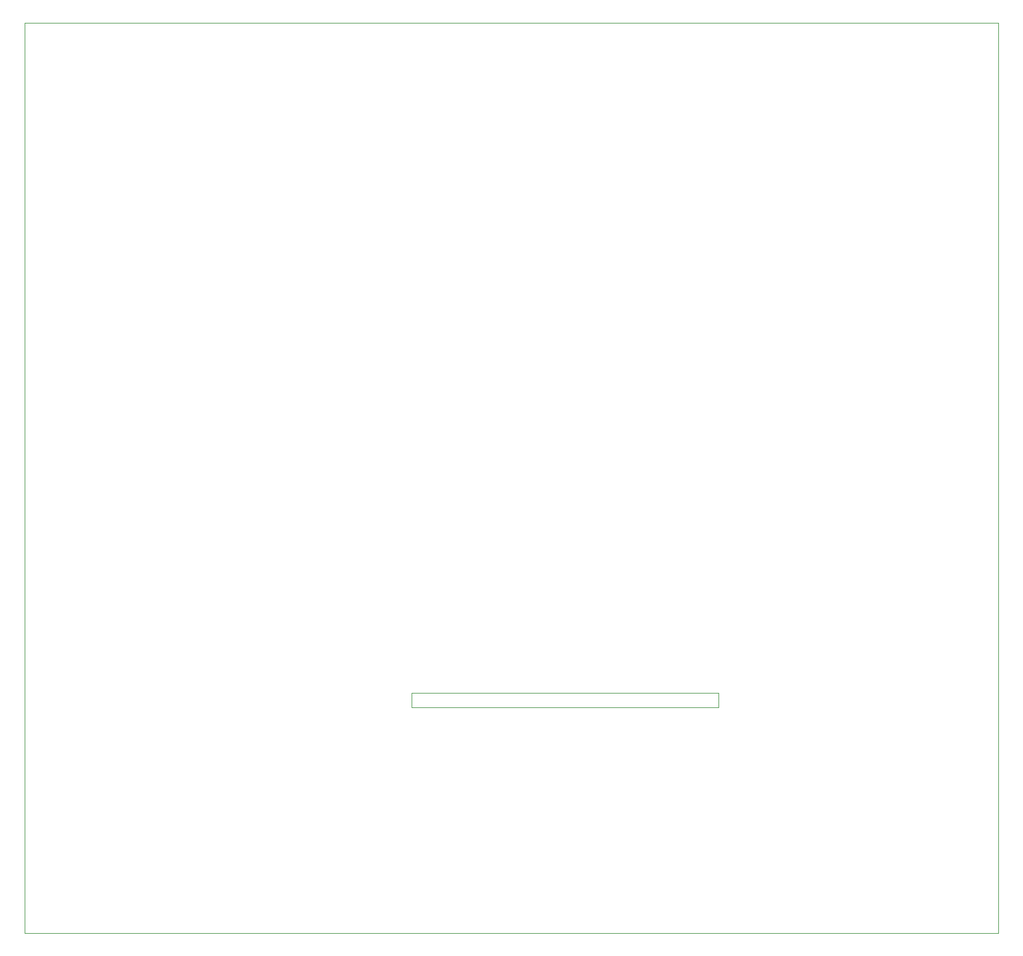
<source format=gbr>
%TF.GenerationSoftware,KiCad,Pcbnew,8.0.4*%
%TF.CreationDate,2024-10-07T11:50:43+07:00*%
%TF.ProjectId,PFC & LLC,50464320-2620-44c4-9c43-2e6b69636164,rev?*%
%TF.SameCoordinates,Original*%
%TF.FileFunction,Profile,NP*%
%FSLAX46Y46*%
G04 Gerber Fmt 4.6, Leading zero omitted, Abs format (unit mm)*
G04 Created by KiCad (PCBNEW 8.0.4) date 2024-10-07 11:50:43*
%MOMM*%
%LPD*%
G01*
G04 APERTURE LIST*
%TA.AperFunction,Profile*%
%ADD10C,0.100000*%
%TD*%
G04 APERTURE END LIST*
D10*
X77368400Y-125138800D02*
X120548400Y-125138800D01*
X120548400Y-127170800D01*
X77368400Y-127170800D01*
X77368400Y-125138800D01*
X22976400Y-30879798D02*
X159976400Y-30879798D01*
X159976400Y-158879798D01*
X22976400Y-158879798D01*
X22976400Y-30879798D01*
M02*

</source>
